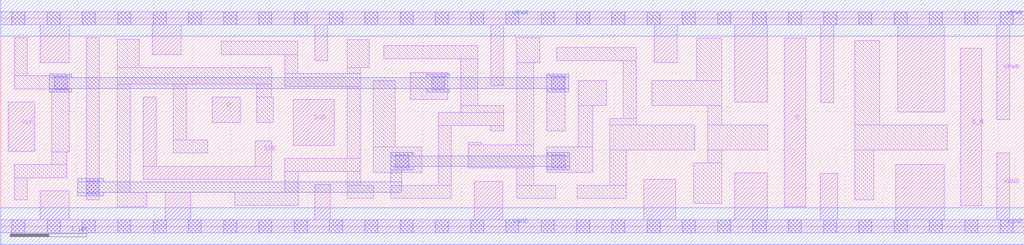
<source format=lef>
# Copyright 2020 The SkyWater PDK Authors
#
# Licensed under the Apache License, Version 2.0 (the "License");
# you may not use this file except in compliance with the License.
# You may obtain a copy of the License at
#
#     https://www.apache.org/licenses/LICENSE-2.0
#
# Unless required by applicable law or agreed to in writing, software
# distributed under the License is distributed on an "AS IS" BASIS,
# WITHOUT WARRANTIES OR CONDITIONS OF ANY KIND, either express or implied.
# See the License for the specific language governing permissions and
# limitations under the License.
#
# SPDX-License-Identifier: Apache-2.0

VERSION 5.7 ;
  NAMESCASESENSITIVE ON ;
  NOWIREEXTENSIONATPIN ON ;
  DIVIDERCHAR "/" ;
  BUSBITCHARS "[]" ;
UNITS
  DATABASE MICRONS 200 ;
END UNITS
PROPERTYDEFINITIONS
  MACRO maskLayoutSubType STRING ;
  MACRO prCellType STRING ;
  MACRO originalViewName STRING ;
END PROPERTYDEFINITIONS
MACRO sky130_fd_sc_hdll__sdfxbp_2
  CLASS CORE ;
  FOREIGN sky130_fd_sc_hdll__sdfxbp_2 ;
  ORIGIN  0.000000  0.000000 ;
  SIZE  13.34000 BY  2.720000 ;
  SYMMETRY X Y R90 ;
  SITE unithd ;
  PIN CLK
    ANTENNAGATEAREA  0.178200 ;
    DIRECTION INPUT ;
    USE SIGNAL ;
    PORT
      LAYER li1 ;
        RECT 0.095000 0.975000 0.445000 1.625000 ;
    END
  END CLK
  PIN D
    ANTENNAGATEAREA  0.178200 ;
    DIRECTION INPUT ;
    USE SIGNAL ;
    PORT
      LAYER li1 ;
        RECT 2.755000 1.355000 3.125000 1.685000 ;
    END
  END D
  PIN Q
    ANTENNADIFFAREA  0.498000 ;
    DIRECTION OUTPUT ;
    USE SIGNAL ;
    PORT
      LAYER li1 ;
        RECT 10.210000 0.255000 10.490000 2.455000 ;
    END
  END Q
  PIN Q_N
    ANTENNADIFFAREA  0.498000 ;
    DIRECTION OUTPUT ;
    USE SIGNAL ;
    PORT
      LAYER li1 ;
        RECT 12.515000 0.265000 12.785000 2.325000 ;
    END
  END Q_N
  PIN SCD
    ANTENNAGATEAREA  0.178200 ;
    DIRECTION INPUT ;
    USE SIGNAL ;
    PORT
      LAYER li1 ;
        RECT 3.815000 1.055000 4.345000 1.655000 ;
    END
  END SCD
  PIN SCE
    ANTENNAGATEAREA  0.356400 ;
    DIRECTION INPUT ;
    USE SIGNAL ;
    PORT
      LAYER li1 ;
        RECT 1.860000 0.615000 3.535000 0.785000 ;
        RECT 1.860000 0.785000 2.030000 1.685000 ;
        RECT 3.315000 0.785000 3.535000 1.115000 ;
    END
  END SCE
  PIN VGND
    ANTENNADIFFAREA  1.981300 ;
    DIRECTION INOUT ;
    USE SIGNAL ;
    PORT
      LAYER li1 ;
        RECT  0.000000 -0.085000 13.340000 0.085000 ;
        RECT  0.515000  0.085000  0.895000 0.465000 ;
        RECT  2.145000  0.085000  2.475000 0.445000 ;
        RECT  4.095000  0.085000  4.295000 0.545000 ;
        RECT  6.175000  0.085000  6.545000 0.585000 ;
        RECT  8.380000  0.085000  8.800000 0.615000 ;
        RECT  9.570000  0.085000  9.990000 0.695000 ;
        RECT 10.680000  0.085000 10.910000 0.690000 ;
        RECT 11.665000  0.085000 12.295000 0.805000 ;
        RECT 12.985000  0.085000 13.155000 0.955000 ;
      LAYER mcon ;
        RECT  0.145000 -0.085000  0.315000 0.085000 ;
        RECT  0.605000 -0.085000  0.775000 0.085000 ;
        RECT  1.065000 -0.085000  1.235000 0.085000 ;
        RECT  1.525000 -0.085000  1.695000 0.085000 ;
        RECT  1.985000 -0.085000  2.155000 0.085000 ;
        RECT  2.445000 -0.085000  2.615000 0.085000 ;
        RECT  2.905000 -0.085000  3.075000 0.085000 ;
        RECT  3.365000 -0.085000  3.535000 0.085000 ;
        RECT  3.825000 -0.085000  3.995000 0.085000 ;
        RECT  4.285000 -0.085000  4.455000 0.085000 ;
        RECT  4.745000 -0.085000  4.915000 0.085000 ;
        RECT  5.205000 -0.085000  5.375000 0.085000 ;
        RECT  5.665000 -0.085000  5.835000 0.085000 ;
        RECT  6.125000 -0.085000  6.295000 0.085000 ;
        RECT  6.585000 -0.085000  6.755000 0.085000 ;
        RECT  7.045000 -0.085000  7.215000 0.085000 ;
        RECT  7.505000 -0.085000  7.675000 0.085000 ;
        RECT  7.965000 -0.085000  8.135000 0.085000 ;
        RECT  8.425000 -0.085000  8.595000 0.085000 ;
        RECT  8.885000 -0.085000  9.055000 0.085000 ;
        RECT  9.345000 -0.085000  9.515000 0.085000 ;
        RECT  9.805000 -0.085000  9.975000 0.085000 ;
        RECT 10.265000 -0.085000 10.435000 0.085000 ;
        RECT 10.725000 -0.085000 10.895000 0.085000 ;
        RECT 11.185000 -0.085000 11.355000 0.085000 ;
        RECT 11.645000 -0.085000 11.815000 0.085000 ;
        RECT 12.105000 -0.085000 12.275000 0.085000 ;
        RECT 12.565000 -0.085000 12.735000 0.085000 ;
        RECT 13.025000 -0.085000 13.195000 0.085000 ;
      LAYER met1 ;
        RECT 0.000000 -0.240000 13.340000 0.240000 ;
    END
  END VGND
  PIN VPWR
    ANTENNADIFFAREA  2.675550 ;
    DIRECTION INOUT ;
    USE SIGNAL ;
    PORT
      LAYER li1 ;
        RECT  0.000000 2.635000 13.340000 2.805000 ;
        RECT  0.515000 2.135000  0.895000 2.635000 ;
        RECT  1.975000 2.245000  2.355000 2.635000 ;
        RECT  4.090000 2.165000  4.260000 2.635000 ;
        RECT  6.385000 1.835000  6.555000 2.635000 ;
        RECT  8.515000 2.135000  8.820000 2.635000 ;
        RECT  9.570000 1.625000  9.990000 2.635000 ;
        RECT 10.690000 1.615000 10.860000 2.635000 ;
        RECT 11.690000 1.495000 12.295000 2.635000 ;
        RECT 12.985000 1.395000 13.155000 2.635000 ;
      LAYER mcon ;
        RECT  0.145000 2.635000  0.315000 2.805000 ;
        RECT  0.605000 2.635000  0.775000 2.805000 ;
        RECT  1.065000 2.635000  1.235000 2.805000 ;
        RECT  1.525000 2.635000  1.695000 2.805000 ;
        RECT  1.985000 2.635000  2.155000 2.805000 ;
        RECT  2.445000 2.635000  2.615000 2.805000 ;
        RECT  2.905000 2.635000  3.075000 2.805000 ;
        RECT  3.365000 2.635000  3.535000 2.805000 ;
        RECT  3.825000 2.635000  3.995000 2.805000 ;
        RECT  4.285000 2.635000  4.455000 2.805000 ;
        RECT  4.745000 2.635000  4.915000 2.805000 ;
        RECT  5.205000 2.635000  5.375000 2.805000 ;
        RECT  5.665000 2.635000  5.835000 2.805000 ;
        RECT  6.125000 2.635000  6.295000 2.805000 ;
        RECT  6.585000 2.635000  6.755000 2.805000 ;
        RECT  7.045000 2.635000  7.215000 2.805000 ;
        RECT  7.505000 2.635000  7.675000 2.805000 ;
        RECT  7.965000 2.635000  8.135000 2.805000 ;
        RECT  8.425000 2.635000  8.595000 2.805000 ;
        RECT  8.885000 2.635000  9.055000 2.805000 ;
        RECT  9.345000 2.635000  9.515000 2.805000 ;
        RECT  9.805000 2.635000  9.975000 2.805000 ;
        RECT 10.265000 2.635000 10.435000 2.805000 ;
        RECT 10.725000 2.635000 10.895000 2.805000 ;
        RECT 11.185000 2.635000 11.355000 2.805000 ;
        RECT 11.645000 2.635000 11.815000 2.805000 ;
        RECT 12.105000 2.635000 12.275000 2.805000 ;
        RECT 12.565000 2.635000 12.735000 2.805000 ;
        RECT 13.025000 2.635000 13.195000 2.805000 ;
      LAYER met1 ;
        RECT 0.000000 2.480000 13.340000 2.960000 ;
    END
  END VPWR
  OBS
    LAYER li1 ;
      RECT  0.175000 0.345000  0.345000 0.635000 ;
      RECT  0.175000 0.635000  0.860000 0.805000 ;
      RECT  0.175000 1.795000  0.895000 1.965000 ;
      RECT  0.175000 1.965000  0.345000 2.465000 ;
      RECT  0.665000 0.805000  0.860000 0.970000 ;
      RECT  0.665000 0.970000  0.895000 1.795000 ;
      RECT  1.115000 0.345000  1.285000 2.465000 ;
      RECT  1.520000 0.255000  1.905000 0.445000 ;
      RECT  1.520000 0.445000  1.690000 1.860000 ;
      RECT  1.520000 1.860000  3.530000 2.075000 ;
      RECT  1.520000 2.075000  1.805000 2.445000 ;
      RECT  2.250000 0.955000  2.695000 1.125000 ;
      RECT  2.250000 1.125000  2.420000 1.860000 ;
      RECT  2.875000 2.245000  3.870000 2.415000 ;
      RECT  3.050000 0.275000  3.875000 0.445000 ;
      RECT  3.335000 1.355000  3.555000 1.685000 ;
      RECT  3.335000 1.685000  3.530000 1.860000 ;
      RECT  3.700000 1.825000  4.685000 1.995000 ;
      RECT  3.700000 1.995000  3.870000 2.245000 ;
      RECT  3.705000 0.445000  3.875000 0.715000 ;
      RECT  3.705000 0.715000  4.685000 0.885000 ;
      RECT  4.515000 0.365000  4.865000 0.535000 ;
      RECT  4.515000 0.535000  4.685000 0.715000 ;
      RECT  4.515000 0.885000  4.685000 1.825000 ;
      RECT  4.515000 1.995000  4.685000 2.070000 ;
      RECT  4.515000 2.070000  4.800000 2.440000 ;
      RECT  4.855000 0.705000  5.485000 1.035000 ;
      RECT  4.855000 1.035000  5.145000 1.905000 ;
      RECT  4.995000 2.190000  6.215000 2.360000 ;
      RECT  5.085000 0.365000  5.875000 0.535000 ;
      RECT  5.335000 1.655000  5.825000 2.010000 ;
      RECT  5.705000 0.535000  5.875000 1.315000 ;
      RECT  5.705000 1.315000  6.555000 1.485000 ;
      RECT  5.995000 1.485000  6.555000 1.575000 ;
      RECT  5.995000 1.575000  6.215000 2.190000 ;
      RECT  6.095000 0.765000  6.945000 1.065000 ;
      RECT  6.095000 1.065000  6.265000 1.095000 ;
      RECT  6.385000 1.245000  6.555000 1.315000 ;
      RECT  6.725000 0.365000  7.235000 0.535000 ;
      RECT  6.725000 0.535000  6.945000 0.765000 ;
      RECT  6.725000 1.065000  6.945000 2.135000 ;
      RECT  6.725000 2.135000  7.025000 2.465000 ;
      RECT  7.115000 0.705000  7.715000 1.035000 ;
      RECT  7.115000 1.245000  7.355000 1.965000 ;
      RECT  7.250000 2.165000  8.285000 2.335000 ;
      RECT  7.515000 0.365000  8.155000 0.535000 ;
      RECT  7.525000 1.035000  7.715000 1.575000 ;
      RECT  7.525000 1.575000  7.895000 1.905000 ;
      RECT  7.935000 0.535000  8.155000 0.995000 ;
      RECT  7.935000 0.995000  9.045000 1.325000 ;
      RECT  7.935000 1.325000  8.285000 1.405000 ;
      RECT  8.115000 1.405000  8.285000 2.165000 ;
      RECT  8.485000 1.575000  9.400000 1.905000 ;
      RECT  9.035000 0.300000  9.400000 0.825000 ;
      RECT  9.070000 1.905000  9.400000 2.455000 ;
      RECT  9.215000 0.825000  9.400000 0.995000 ;
      RECT  9.215000 0.995000 10.000000 1.325000 ;
      RECT  9.215000 1.325000  9.400000 1.575000 ;
      RECT 11.130000 0.345000 11.380000 0.995000 ;
      RECT 11.130000 0.995000 12.340000 1.325000 ;
      RECT 11.130000 1.325000 11.460000 2.425000 ;
    LAYER mcon ;
      RECT 0.695000 1.785000 0.865000 1.955000 ;
      RECT 1.115000 0.425000 1.285000 0.595000 ;
      RECT 5.145000 0.765000 5.315000 0.935000 ;
      RECT 5.615000 1.785000 5.785000 1.955000 ;
      RECT 7.175000 1.785000 7.345000 1.955000 ;
      RECT 7.185000 0.765000 7.355000 0.935000 ;
    LAYER met1 ;
      RECT 0.635000 1.755000 0.925000 1.800000 ;
      RECT 0.635000 1.800000 7.405000 1.940000 ;
      RECT 0.635000 1.940000 0.925000 1.985000 ;
      RECT 1.005000 0.395000 1.345000 0.440000 ;
      RECT 1.005000 0.440000 5.225000 0.580000 ;
      RECT 1.005000 0.580000 1.345000 0.625000 ;
      RECT 5.085000 0.580000 5.225000 0.735000 ;
      RECT 5.085000 0.735000 5.375000 0.780000 ;
      RECT 5.085000 0.780000 7.415000 0.920000 ;
      RECT 5.085000 0.920000 5.375000 0.965000 ;
      RECT 5.555000 1.755000 5.845000 1.800000 ;
      RECT 5.555000 1.940000 5.845000 1.985000 ;
      RECT 7.115000 1.755000 7.405000 1.800000 ;
      RECT 7.115000 1.940000 7.405000 1.985000 ;
      RECT 7.125000 0.735000 7.415000 0.780000 ;
      RECT 7.125000 0.920000 7.415000 0.965000 ;
  END
  PROPERTY maskLayoutSubType "abstract" ;
  PROPERTY prCellType "standard" ;
  PROPERTY originalViewName "layout" ;
END sky130_fd_sc_hdll__sdfxbp_2

</source>
